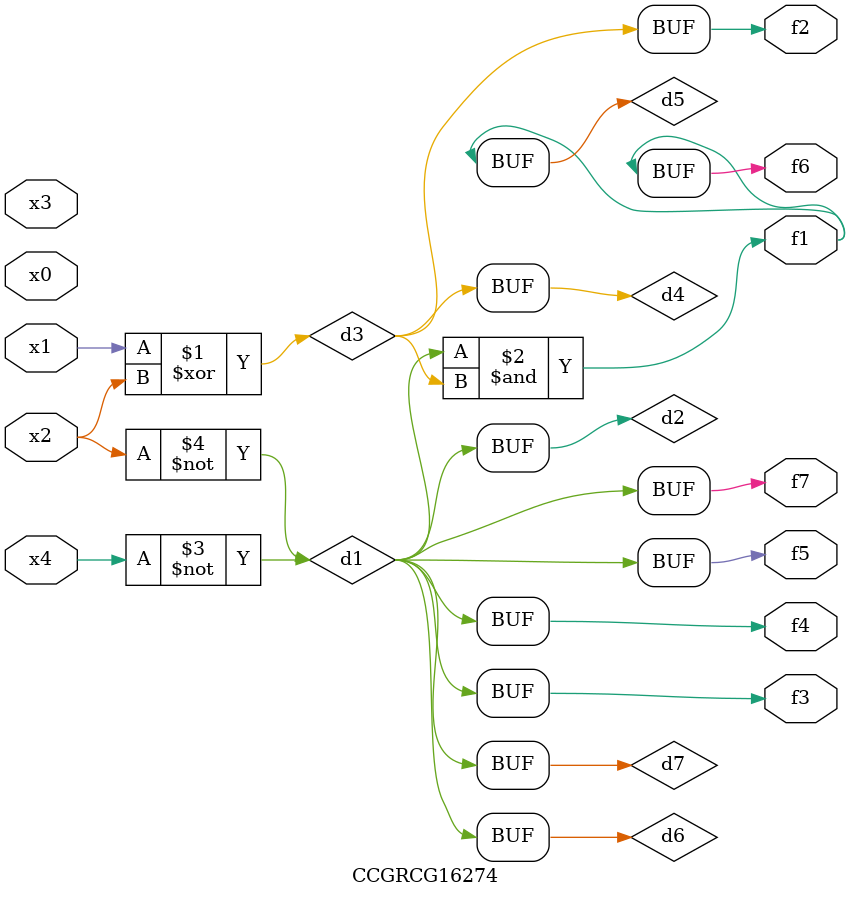
<source format=v>
module CCGRCG16274(
	input x0, x1, x2, x3, x4,
	output f1, f2, f3, f4, f5, f6, f7
);

	wire d1, d2, d3, d4, d5, d6, d7;

	not (d1, x4);
	not (d2, x2);
	xor (d3, x1, x2);
	buf (d4, d3);
	and (d5, d1, d3);
	buf (d6, d1, d2);
	buf (d7, d2);
	assign f1 = d5;
	assign f2 = d4;
	assign f3 = d7;
	assign f4 = d7;
	assign f5 = d7;
	assign f6 = d5;
	assign f7 = d7;
endmodule

</source>
